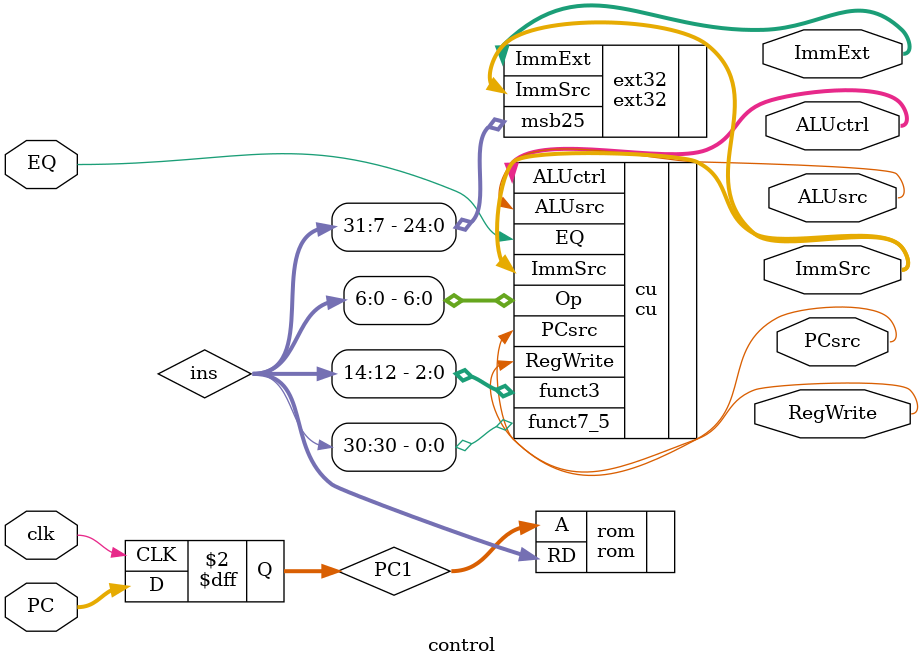
<source format=sv>
module control (
    input logic                     clk,
    input logic     [31:0]          PC,
    input logic                     EQ,
    output logic                    RegWrite,   //Write enable for the register file
    output logic    [2:0]           ALUctrl,    //Configures ALU for required operation
    output logic                    ALUsrc,     //Selects register or immediate operand 
    output logic    [1:0]           ImmSrc,     //Controls sign extension block
    output logic                    PCsrc,       //Selects PC addressing between PC:=PC+4 and PC:=Imm32
    output logic    [31:0]          ImmExt
);

logic [31:0] ins;
logic [31:0] PC1;

rom rom (
    .A(PC1),
    .RD(ins)
);

cu cu (
    .EQ(EQ),
    .Op(ins[6:0]),
    .funct3(ins[14:12]),
    .funct7_5(ins[30]),
    .RegWrite(RegWrite),
    .ALUctrl(ALUctrl),
    .ALUsrc(ALUsrc),
    .ImmSrc(ImmSrc),
    .PCsrc(PCsrc)
);

ext32 ext32 (
    .ImmSrc(ImmSrc),
    .msb25(ins[31:7]),
    .ImmExt(ImmExt)
);

always_ff @(posedge clk)
    PC1 <= PC;

endmodule

</source>
